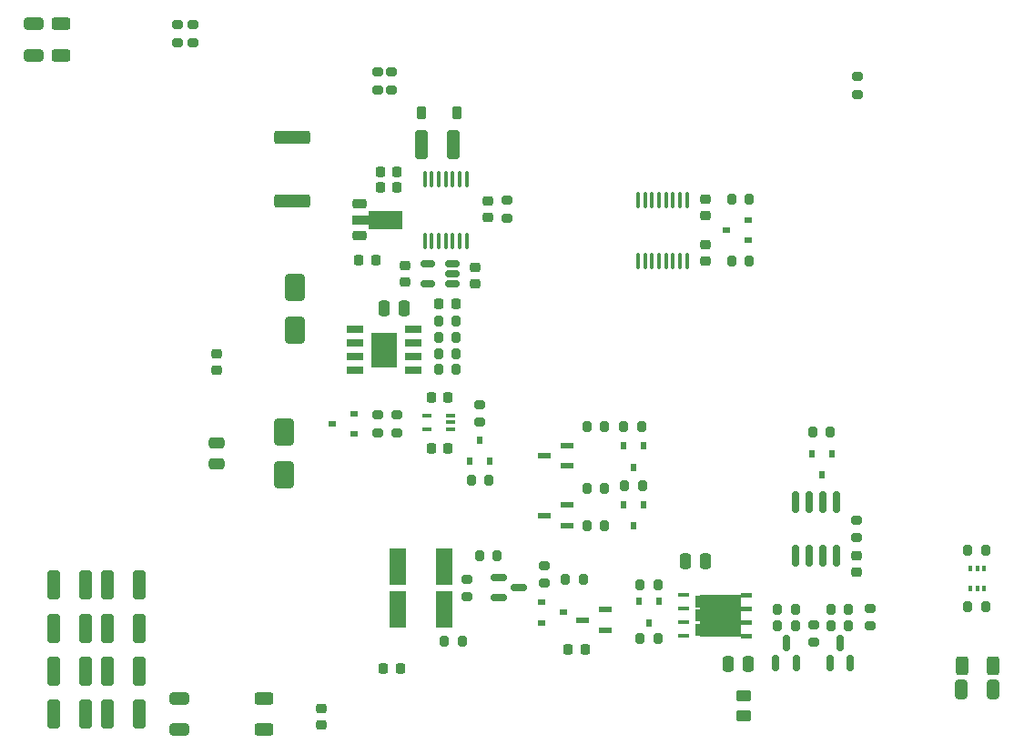
<source format=gbr>
%TF.GenerationSoftware,KiCad,Pcbnew,8.0.8*%
%TF.CreationDate,2025-02-06T17:20:13+00:00*%
%TF.ProjectId,mallow_adapt_v1.3,6d616c6c-6f77-45f6-9164-6170745f7631,rev?*%
%TF.SameCoordinates,Original*%
%TF.FileFunction,Paste,Top*%
%TF.FilePolarity,Positive*%
%FSLAX46Y46*%
G04 Gerber Fmt 4.6, Leading zero omitted, Abs format (unit mm)*
G04 Created by KiCad (PCBNEW 8.0.8) date 2025-02-06 17:20:13*
%MOMM*%
%LPD*%
G01*
G04 APERTURE LIST*
G04 Aperture macros list*
%AMRoundRect*
0 Rectangle with rounded corners*
0 $1 Rounding radius*
0 $2 $3 $4 $5 $6 $7 $8 $9 X,Y pos of 4 corners*
0 Add a 4 corners polygon primitive as box body*
4,1,4,$2,$3,$4,$5,$6,$7,$8,$9,$2,$3,0*
0 Add four circle primitives for the rounded corners*
1,1,$1+$1,$2,$3*
1,1,$1+$1,$4,$5*
1,1,$1+$1,$6,$7*
1,1,$1+$1,$8,$9*
0 Add four rect primitives between the rounded corners*
20,1,$1+$1,$2,$3,$4,$5,0*
20,1,$1+$1,$4,$5,$6,$7,0*
20,1,$1+$1,$6,$7,$8,$9,0*
20,1,$1+$1,$8,$9,$2,$3,0*%
%AMFreePoly0*
4,1,9,3.862500,-0.866500,0.737500,-0.866500,0.737500,-0.450000,-0.737500,-0.450000,-0.737500,0.450000,0.737500,0.450000,0.737500,0.866500,3.862500,0.866500,3.862500,-0.866500,3.862500,-0.866500,$1*%
G04 Aperture macros list end*
%ADD10C,0.000000*%
%ADD11R,0.420000X0.600000*%
%ADD12O,0.420000X0.600000*%
%ADD13R,1.016000X0.406400*%
%ADD14R,3.821000X3.908998*%
%ADD15R,1.525000X0.700000*%
%ADD16R,2.400000X3.200000*%
%ADD17RoundRect,0.250000X0.325000X1.100000X-0.325000X1.100000X-0.325000X-1.100000X0.325000X-1.100000X0*%
%ADD18RoundRect,0.250000X-0.325000X-1.100000X0.325000X-1.100000X0.325000X1.100000X-0.325000X1.100000X0*%
%ADD19RoundRect,0.250000X-0.312500X-0.625000X0.312500X-0.625000X0.312500X0.625000X-0.312500X0.625000X0*%
%ADD20RoundRect,0.087500X0.337500X0.087500X-0.337500X0.087500X-0.337500X-0.087500X0.337500X-0.087500X0*%
%ADD21RoundRect,0.200000X-0.275000X0.200000X-0.275000X-0.200000X0.275000X-0.200000X0.275000X0.200000X0*%
%ADD22RoundRect,0.200000X0.200000X0.275000X-0.200000X0.275000X-0.200000X-0.275000X0.200000X-0.275000X0*%
%ADD23RoundRect,0.250000X-0.250000X-0.475000X0.250000X-0.475000X0.250000X0.475000X-0.250000X0.475000X0*%
%ADD24RoundRect,0.225000X0.250000X-0.225000X0.250000X0.225000X-0.250000X0.225000X-0.250000X-0.225000X0*%
%ADD25RoundRect,0.250000X0.450000X-0.262500X0.450000X0.262500X-0.450000X0.262500X-0.450000X-0.262500X0*%
%ADD26RoundRect,0.250000X-0.650000X0.325000X-0.650000X-0.325000X0.650000X-0.325000X0.650000X0.325000X0*%
%ADD27RoundRect,0.200000X0.275000X-0.200000X0.275000X0.200000X-0.275000X0.200000X-0.275000X-0.200000X0*%
%ADD28RoundRect,0.225000X-0.225000X-0.250000X0.225000X-0.250000X0.225000X0.250000X-0.225000X0.250000X0*%
%ADD29RoundRect,0.150000X0.150000X-0.587500X0.150000X0.587500X-0.150000X0.587500X-0.150000X-0.587500X0*%
%ADD30RoundRect,0.150000X-0.587500X-0.150000X0.587500X-0.150000X0.587500X0.150000X-0.587500X0.150000X0*%
%ADD31R,0.800000X0.600000*%
%ADD32R,0.600000X0.800000*%
%ADD33RoundRect,0.250000X-0.625000X0.312500X-0.625000X-0.312500X0.625000X-0.312500X0.625000X0.312500X0*%
%ADD34RoundRect,0.200000X-0.200000X-0.275000X0.200000X-0.275000X0.200000X0.275000X-0.200000X0.275000X0*%
%ADD35RoundRect,0.225000X0.225000X0.250000X-0.225000X0.250000X-0.225000X-0.250000X0.225000X-0.250000X0*%
%ADD36RoundRect,0.250000X0.650000X-0.325000X0.650000X0.325000X-0.650000X0.325000X-0.650000X-0.325000X0*%
%ADD37RoundRect,0.250000X-1.425000X0.362500X-1.425000X-0.362500X1.425000X-0.362500X1.425000X0.362500X0*%
%ADD38RoundRect,0.250000X0.650000X-1.000000X0.650000X1.000000X-0.650000X1.000000X-0.650000X-1.000000X0*%
%ADD39RoundRect,0.225000X-0.425000X-0.225000X0.425000X-0.225000X0.425000X0.225000X-0.425000X0.225000X0*%
%ADD40FreePoly0,0.000000*%
%ADD41R,1.500000X3.430000*%
%ADD42RoundRect,0.250000X-0.475000X0.250000X-0.475000X-0.250000X0.475000X-0.250000X0.475000X0.250000X0*%
%ADD43R,1.250000X0.600000*%
%ADD44RoundRect,0.250000X0.325000X0.650000X-0.325000X0.650000X-0.325000X-0.650000X0.325000X-0.650000X0*%
%ADD45RoundRect,0.225000X-0.250000X0.225000X-0.250000X-0.225000X0.250000X-0.225000X0.250000X0.225000X0*%
%ADD46RoundRect,0.250000X0.625000X-0.312500X0.625000X0.312500X-0.625000X0.312500X-0.625000X-0.312500X0*%
%ADD47RoundRect,0.150000X-0.150000X0.825000X-0.150000X-0.825000X0.150000X-0.825000X0.150000X0.825000X0*%
%ADD48RoundRect,0.225000X-0.225000X-0.375000X0.225000X-0.375000X0.225000X0.375000X-0.225000X0.375000X0*%
%ADD49RoundRect,0.100000X-0.100000X0.637500X-0.100000X-0.637500X0.100000X-0.637500X0.100000X0.637500X0*%
%ADD50RoundRect,0.150000X0.512500X0.150000X-0.512500X0.150000X-0.512500X-0.150000X0.512500X-0.150000X0*%
G04 APERTURE END LIST*
D10*
%TO.C,Q4*%
G36*
X66189777Y4176933D02*
G01*
X65111310Y4176933D01*
X65111310Y5280800D01*
X66189777Y5280800D01*
X66189777Y4176933D01*
G37*
G36*
X66189777Y2873066D02*
G01*
X65111310Y2873066D01*
X65111310Y3976934D01*
X66189777Y3976934D01*
X66189777Y2873066D01*
G37*
G36*
X66189777Y1569200D02*
G01*
X65111310Y1569200D01*
X65111310Y2673067D01*
X66189777Y2673067D01*
X66189777Y1569200D01*
G37*
G36*
X67468244Y4176933D02*
G01*
X66389776Y4176933D01*
X66389776Y5280800D01*
X67468244Y5280800D01*
X67468244Y4176933D01*
G37*
G36*
X67468244Y2873066D02*
G01*
X66389776Y2873066D01*
X66389776Y3976934D01*
X67468244Y3976934D01*
X67468244Y2873066D01*
G37*
G36*
X67468244Y1569200D02*
G01*
X66389776Y1569200D01*
X66389776Y2673067D01*
X67468244Y2673067D01*
X67468244Y1569200D01*
G37*
G36*
X68746710Y4176933D02*
G01*
X67668243Y4176933D01*
X67668243Y5280800D01*
X68746710Y5280800D01*
X68746710Y4176933D01*
G37*
G36*
X68746710Y2873066D02*
G01*
X67668243Y2873066D01*
X67668243Y3976934D01*
X68746710Y3976934D01*
X68746710Y2873066D01*
G37*
G36*
X68746710Y1569200D02*
G01*
X67668243Y1569200D01*
X67668243Y2673067D01*
X68746710Y2673067D01*
X68746710Y1569200D01*
G37*
G36*
X70358010Y5126800D02*
G01*
X69342010Y5126800D01*
X69342010Y4263200D01*
X70358010Y4263200D01*
X70358010Y3856800D01*
X69342010Y3856800D01*
X69342010Y2993200D01*
X70358010Y2993200D01*
X70358010Y2586800D01*
X69342010Y2586800D01*
X69342010Y1723200D01*
X70358010Y1723200D01*
X70358010Y1316800D01*
X69342010Y1316800D01*
X69342010Y1469200D01*
X65506610Y1469200D01*
X65506610Y5380800D01*
X69342010Y5380800D01*
X69342010Y5533200D01*
X70358010Y5533200D01*
X70358010Y5126800D01*
G37*
%TD*%
D11*
%TO.C,U1*%
X90675010Y5925000D03*
D12*
X91325009Y5925000D03*
X91975008Y5925000D03*
X91975008Y7825002D03*
X91325009Y7825002D03*
X90675010Y7825002D03*
%TD*%
D13*
%TO.C,Q4*%
X64008010Y5330000D03*
X64008010Y4060000D03*
X64008010Y2790000D03*
X64008010Y1520000D03*
X69850010Y1520000D03*
X69850010Y2790000D03*
X69850010Y4060000D03*
D14*
X67431510Y3423699D03*
D13*
X69850010Y5330000D03*
%TD*%
D15*
%TO.C,IC1*%
X38850010Y26275000D03*
X38850010Y27545000D03*
X38850010Y28815000D03*
X38850010Y30085000D03*
X33426010Y30085000D03*
X33426010Y28815000D03*
X33426010Y27545000D03*
X33426010Y26275000D03*
D16*
X36138010Y28180000D03*
%TD*%
D17*
%TO.C,C40*%
X13350010Y-5725000D03*
X10400010Y-5725000D03*
%TD*%
%TO.C,C38*%
X13350010Y-1725000D03*
X10400010Y-1725000D03*
%TD*%
%TO.C,C34*%
X13350010Y2275000D03*
X10400010Y2275000D03*
%TD*%
D18*
%TO.C,C30*%
X5400010Y-1725000D03*
X8350010Y-1725000D03*
%TD*%
%TO.C,C27*%
X5400010Y2275000D03*
X8350010Y2275000D03*
%TD*%
D17*
%TO.C,C44*%
X13350010Y6275000D03*
X10400010Y6275000D03*
%TD*%
D18*
%TO.C,C42*%
X5400010Y6275000D03*
X8350010Y6275000D03*
%TD*%
%TO.C,C29*%
X5400010Y-5725000D03*
X8350010Y-5725000D03*
%TD*%
D19*
%TO.C,R32*%
X89887510Y-1225000D03*
X92812510Y-1225000D03*
%TD*%
D20*
%TO.C,U13*%
X42350010Y20775000D03*
X42350010Y21425000D03*
X42350010Y22075000D03*
X40150010Y22075000D03*
X40150010Y20775000D03*
%TD*%
D21*
%TO.C,R64*%
X47600010Y42100000D03*
X47600010Y40450000D03*
%TD*%
D22*
%TO.C,R35*%
X56675010Y15275000D03*
X55025010Y15275000D03*
%TD*%
D23*
%TO.C,C9*%
X36150010Y32025000D03*
X38050010Y32025000D03*
%TD*%
D24*
%TO.C,C70*%
X45850010Y40500000D03*
X45850010Y42050000D03*
%TD*%
D25*
%TO.C,R16*%
X69600010Y-5887500D03*
X69600010Y-4062500D03*
%TD*%
D26*
%TO.C,C52*%
X3600010Y58500000D03*
X3600010Y55550000D03*
%TD*%
D24*
%TO.C,C28*%
X44604817Y34331782D03*
X44604817Y35881782D03*
%TD*%
D27*
%TO.C,R67*%
X45024991Y21449549D03*
X45024991Y23099549D03*
%TD*%
D28*
%TO.C,C69*%
X40575010Y23775000D03*
X42125010Y23775000D03*
%TD*%
D29*
%TO.C,D5*%
X72600010Y-975000D03*
X74500010Y-975000D03*
X73550010Y900000D03*
%TD*%
D30*
%TO.C,D3*%
X46825010Y6975000D03*
X46825010Y5075000D03*
X48700010Y6025000D03*
%TD*%
D22*
%TO.C,R47*%
X74425010Y4025000D03*
X72775010Y4025000D03*
%TD*%
D31*
%TO.C,Q17*%
X33370010Y20325000D03*
X33370010Y22225000D03*
X31350010Y21275000D03*
%TD*%
D22*
%TO.C,R39*%
X46675010Y9025000D03*
X45025010Y9025000D03*
%TD*%
D32*
%TO.C,Q18*%
X44100010Y17775000D03*
X46000010Y17775000D03*
X45050010Y19795000D03*
%TD*%
%TO.C,Q1*%
X60300010Y19285000D03*
X58400010Y19285000D03*
X59350010Y17265000D03*
%TD*%
D33*
%TO.C,R31*%
X25005010Y-4262500D03*
X25005010Y-7187500D03*
%TD*%
D27*
%TO.C,R60*%
X16977831Y58432766D03*
X16977831Y56782766D03*
%TD*%
%TO.C,R26*%
X35600010Y52375000D03*
X35600010Y54025000D03*
%TD*%
D34*
%TO.C,R10*%
X59986010Y6275000D03*
X61636010Y6275000D03*
%TD*%
D29*
%TO.C,D4*%
X77650010Y-992359D03*
X79550010Y-992359D03*
X78600010Y882641D03*
%TD*%
D22*
%TO.C,R14*%
X59986010Y1275000D03*
X61636010Y1275000D03*
%TD*%
D35*
%TO.C,C25*%
X37375010Y43275000D03*
X35825010Y43275000D03*
%TD*%
D34*
%TO.C,R34*%
X68500010Y36425000D03*
X70150010Y36425000D03*
%TD*%
D24*
%TO.C,C37*%
X38100010Y34500000D03*
X38100010Y36050000D03*
%TD*%
D36*
%TO.C,C53*%
X17100010Y-7200000D03*
X17100010Y-4250000D03*
%TD*%
D22*
%TO.C,R5*%
X60100010Y21025000D03*
X58450010Y21025000D03*
%TD*%
%TO.C,R7*%
X42850010Y27835000D03*
X41200010Y27835000D03*
%TD*%
D28*
%TO.C,C23*%
X33825010Y36525000D03*
X35375010Y36525000D03*
%TD*%
D35*
%TO.C,C5*%
X42825010Y32485000D03*
X41275010Y32485000D03*
%TD*%
D37*
%TO.C,R28*%
X27600010Y47987500D03*
X27600010Y42062500D03*
%TD*%
D32*
%TO.C,Q9*%
X60300010Y13785000D03*
X58400010Y13785000D03*
X59350010Y11765000D03*
%TD*%
%TO.C,Q16*%
X77850010Y18525000D03*
X75950010Y18525000D03*
X76900010Y16505000D03*
%TD*%
D22*
%TO.C,R45*%
X41775010Y1025000D03*
X43425010Y1025000D03*
%TD*%
D34*
%TO.C,R12*%
X55025010Y21025000D03*
X56675010Y21025000D03*
%TD*%
D38*
%TO.C,D1*%
X26850010Y16525000D03*
X26850010Y20525000D03*
%TD*%
D35*
%TO.C,C21*%
X37375010Y44775000D03*
X35825010Y44775000D03*
%TD*%
D22*
%TO.C,R40*%
X56675010Y11775000D03*
X55025010Y11775000D03*
%TD*%
D21*
%TO.C,R65*%
X37350010Y22100000D03*
X37350010Y20450000D03*
%TD*%
D39*
%TO.C,U2*%
X33900010Y41775000D03*
D40*
X33987510Y40275000D03*
D39*
X33900010Y38775000D03*
%TD*%
D41*
%TO.C,F1*%
X41725010Y8025000D03*
X37425010Y8025000D03*
%TD*%
D17*
%TO.C,C66*%
X42575010Y47275000D03*
X39625010Y47275000D03*
%TD*%
D31*
%TO.C,Q2*%
X50850010Y4675000D03*
X50850010Y2775000D03*
X52870010Y3725000D03*
%TD*%
D42*
%TO.C,C14*%
X20600010Y19475000D03*
X20600010Y17575000D03*
%TD*%
D22*
%TO.C,R33*%
X60175010Y15525000D03*
X58525010Y15525000D03*
%TD*%
%TO.C,R42*%
X77703325Y2516331D03*
X79353325Y2516331D03*
%TD*%
D21*
%TO.C,R41*%
X43833108Y5181343D03*
X43833108Y6831343D03*
%TD*%
D43*
%TO.C,Q6*%
X56700010Y2070000D03*
X56700010Y3980000D03*
X54600010Y3025000D03*
%TD*%
D32*
%TO.C,Q3*%
X60811010Y2751337D03*
X59861010Y4771337D03*
X61761010Y4771337D03*
%TD*%
D44*
%TO.C,C54*%
X92825010Y-3475000D03*
X89875010Y-3475000D03*
%TD*%
D27*
%TO.C,R66*%
X35600010Y20450000D03*
X35600010Y22100000D03*
%TD*%
D45*
%TO.C,C63*%
X80100010Y9050000D03*
X80100010Y7500000D03*
%TD*%
D43*
%TO.C,Q11*%
X53200010Y11820000D03*
X53200010Y13730000D03*
X51100010Y12775000D03*
%TD*%
D28*
%TO.C,C10*%
X53300010Y275000D03*
X54850010Y275000D03*
%TD*%
D45*
%TO.C,C13*%
X20600010Y27800000D03*
X20600010Y26250000D03*
%TD*%
D23*
%TO.C,C7*%
X68150010Y-1025000D03*
X70050010Y-1025000D03*
%TD*%
D27*
%TO.C,R36*%
X81350010Y2450000D03*
X81350010Y4100000D03*
%TD*%
D21*
%TO.C,R58*%
X18350010Y58425000D03*
X18350010Y56775000D03*
%TD*%
D45*
%TO.C,C55*%
X66075010Y42200000D03*
X66075010Y40650000D03*
%TD*%
D24*
%TO.C,C58*%
X66075010Y36400000D03*
X66075010Y37950000D03*
%TD*%
D21*
%TO.C,R61*%
X80100010Y12350000D03*
X80100010Y10700000D03*
%TD*%
D22*
%TO.C,R11*%
X42875010Y29335000D03*
X41225010Y29335000D03*
%TD*%
D27*
%TO.C,R27*%
X36850010Y52375000D03*
X36850010Y54025000D03*
%TD*%
D21*
%TO.C,R37*%
X76100010Y2600000D03*
X76100010Y950000D03*
%TD*%
D28*
%TO.C,C68*%
X40550010Y19025000D03*
X42100010Y19025000D03*
%TD*%
D22*
%TO.C,R43*%
X72775010Y2525000D03*
X74425010Y2525000D03*
%TD*%
D28*
%TO.C,C8*%
X36100010Y-1475000D03*
X37650010Y-1475000D03*
%TD*%
D22*
%TO.C,R38*%
X70150010Y42175000D03*
X68500010Y42175000D03*
%TD*%
D34*
%TO.C,R46*%
X77712418Y4025741D03*
X79362418Y4025741D03*
%TD*%
D23*
%TO.C,C6*%
X64150010Y8525000D03*
X66050010Y8525000D03*
%TD*%
D46*
%TO.C,R30*%
X6100010Y55600000D03*
X6100010Y58525000D03*
%TD*%
D43*
%TO.C,Q5*%
X53150010Y17365000D03*
X53150010Y19275000D03*
X51050010Y18320000D03*
%TD*%
D47*
%TO.C,U9*%
X78255010Y14000000D03*
X76985010Y14000000D03*
X75715010Y14000000D03*
X74445010Y14000000D03*
X74445010Y9050000D03*
X75715010Y9050000D03*
X76985010Y9050000D03*
X78255010Y9050000D03*
%TD*%
D48*
%TO.C,D8*%
X39600010Y50275000D03*
X42900010Y50275000D03*
%TD*%
D49*
%TO.C,U5*%
X64325010Y42150000D03*
X63675010Y42150000D03*
X63025010Y42150000D03*
X62375010Y42150000D03*
X61725010Y42150000D03*
X61075010Y42150000D03*
X60425010Y42150000D03*
X59775010Y42150000D03*
X59775010Y36425000D03*
X60425010Y36425000D03*
X61075010Y36425000D03*
X61725010Y36425000D03*
X62375010Y36425000D03*
X63025010Y36425000D03*
X63675010Y36425000D03*
X64325010Y36425000D03*
%TD*%
D22*
%TO.C,R6*%
X42850010Y26335000D03*
X41200010Y26335000D03*
%TD*%
D38*
%TO.C,D9*%
X27850010Y33975000D03*
X27850010Y29975000D03*
%TD*%
D41*
%TO.C,F2*%
X41725010Y4025000D03*
X37425010Y4025000D03*
%TD*%
D49*
%TO.C,U12*%
X43850010Y38300000D03*
X43200010Y38300000D03*
X42550010Y38300000D03*
X41900010Y38300000D03*
X41250010Y38300000D03*
X40600010Y38300000D03*
X39950010Y38300000D03*
X39950010Y44025000D03*
X40600010Y44025000D03*
X41250010Y44025000D03*
X41900010Y44025000D03*
X42550010Y44025000D03*
X43200010Y44025000D03*
X43850010Y44025000D03*
%TD*%
D31*
%TO.C,Q10*%
X70032034Y38367043D03*
X70032034Y40267043D03*
X68012034Y39317043D03*
%TD*%
D34*
%TO.C,R69*%
X44275010Y16025000D03*
X45925010Y16025000D03*
%TD*%
D27*
%TO.C,R3*%
X80150010Y51950000D03*
X80150010Y53600000D03*
%TD*%
D22*
%TO.C,R8*%
X42875010Y30885000D03*
X41225010Y30885000D03*
%TD*%
D50*
%TO.C,U3*%
X42487510Y34325000D03*
X42487510Y35275000D03*
X42487510Y36225000D03*
X40212510Y36225000D03*
X40212510Y34325000D03*
%TD*%
D22*
%TO.C,R13*%
X54675010Y6775000D03*
X53025010Y6775000D03*
%TD*%
D27*
%TO.C,R9*%
X51100010Y6450000D03*
X51100010Y8100000D03*
%TD*%
D22*
%TO.C,R21*%
X92100010Y4275000D03*
X90450010Y4275000D03*
%TD*%
%TO.C,R59*%
X77675010Y20525000D03*
X76025010Y20525000D03*
%TD*%
D45*
%TO.C,C60*%
X30350010Y-5225000D03*
X30350010Y-6775000D03*
%TD*%
D22*
%TO.C,R23*%
X92100010Y9525000D03*
X90450010Y9525000D03*
%TD*%
M02*

</source>
